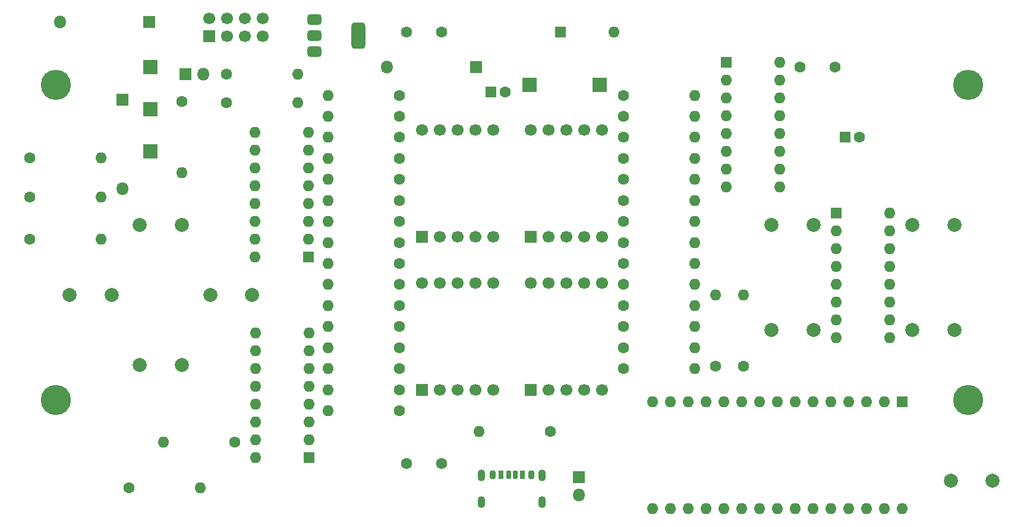
<source format=gts>
%TF.GenerationSoftware,KiCad,Pcbnew,8.0.3*%
%TF.CreationDate,2024-07-14T00:03:07-05:00*%
%TF.ProjectId,Controller,436f6e74-726f-46c6-9c65-722e6b696361,rev?*%
%TF.SameCoordinates,Original*%
%TF.FileFunction,Soldermask,Top*%
%TF.FilePolarity,Negative*%
%FSLAX46Y46*%
G04 Gerber Fmt 4.6, Leading zero omitted, Abs format (unit mm)*
G04 Created by KiCad (PCBNEW 8.0.3) date 2024-07-14 00:03:07*
%MOMM*%
%LPD*%
G01*
G04 APERTURE LIST*
G04 Aperture macros list*
%AMRoundRect*
0 Rectangle with rounded corners*
0 $1 Rounding radius*
0 $2 $3 $4 $5 $6 $7 $8 $9 X,Y pos of 4 corners*
0 Add a 4 corners polygon primitive as box body*
4,1,4,$2,$3,$4,$5,$6,$7,$8,$9,$2,$3,0*
0 Add four circle primitives for the rounded corners*
1,1,$1+$1,$2,$3*
1,1,$1+$1,$4,$5*
1,1,$1+$1,$6,$7*
1,1,$1+$1,$8,$9*
0 Add four rect primitives between the rounded corners*
20,1,$1+$1,$2,$3,$4,$5,0*
20,1,$1+$1,$4,$5,$6,$7,0*
20,1,$1+$1,$6,$7,$8,$9,0*
20,1,$1+$1,$8,$9,$2,$3,0*%
G04 Aperture macros list end*
%ADD10C,2.000000*%
%ADD11C,1.600000*%
%ADD12O,1.600000X1.600000*%
%ADD13RoundRect,0.250001X-0.799999X-0.799999X0.799999X-0.799999X0.799999X0.799999X-0.799999X0.799999X0*%
%ADD14R,1.700000X1.700000*%
%ADD15C,1.700000*%
%ADD16R,1.600000X1.600000*%
%ADD17C,4.300000*%
%ADD18R,1.800000X1.800000*%
%ADD19O,1.800000X1.800000*%
%ADD20RoundRect,0.250001X-0.799999X0.799999X-0.799999X-0.799999X0.799999X-0.799999X0.799999X0.799999X0*%
%ADD21RoundRect,0.175000X-0.175000X-0.425000X0.175000X-0.425000X0.175000X0.425000X-0.175000X0.425000X0*%
%ADD22RoundRect,0.190000X0.190000X0.410000X-0.190000X0.410000X-0.190000X-0.410000X0.190000X-0.410000X0*%
%ADD23RoundRect,0.200000X0.200000X0.400000X-0.200000X0.400000X-0.200000X-0.400000X0.200000X-0.400000X0*%
%ADD24RoundRect,0.175000X0.175000X0.425000X-0.175000X0.425000X-0.175000X-0.425000X0.175000X-0.425000X0*%
%ADD25RoundRect,0.190000X-0.190000X-0.410000X0.190000X-0.410000X0.190000X0.410000X-0.190000X0.410000X0*%
%ADD26RoundRect,0.200000X-0.200000X-0.400000X0.200000X-0.400000X0.200000X0.400000X-0.200000X0.400000X0*%
%ADD27O,1.100000X1.700000*%
%ADD28RoundRect,0.375000X-0.625000X-0.375000X0.625000X-0.375000X0.625000X0.375000X-0.625000X0.375000X0*%
%ADD29RoundRect,0.500000X-0.500000X-1.400000X0.500000X-1.400000X0.500000X1.400000X-0.500000X1.400000X0*%
G04 APERTURE END LIST*
D10*
%TO.C,SW7*%
X152000000Y-70000000D03*
X158000000Y-70000000D03*
%TD*%
D11*
%TO.C,R34*%
X130840000Y-75500000D03*
D12*
X141000000Y-75500000D03*
%TD*%
D11*
%TO.C,R6*%
X120500000Y-99500000D03*
D12*
X110340000Y-99500000D03*
%TD*%
D10*
%TO.C,SW3*%
X52000000Y-80000000D03*
X58000000Y-80000000D03*
%TD*%
D13*
%TO.C,J5*%
X63500000Y-53500000D03*
%TD*%
D11*
%TO.C,R24*%
X99000000Y-54500000D03*
D12*
X88840000Y-54500000D03*
%TD*%
D11*
%TO.C,FB1*%
X100000000Y-104000000D03*
X105000000Y-104000000D03*
%TD*%
D10*
%TO.C,SW10*%
X177500000Y-106500000D03*
X183500000Y-106500000D03*
%TD*%
D11*
%TO.C,R12*%
X130840000Y-57500000D03*
D12*
X141000000Y-57500000D03*
%TD*%
D11*
%TO.C,R27*%
X99000000Y-93500000D03*
D12*
X88840000Y-93500000D03*
%TD*%
D11*
%TO.C,R10*%
X130840000Y-51500000D03*
D12*
X141000000Y-51500000D03*
%TD*%
D14*
%TO.C,U7*%
X117669500Y-71719500D03*
D15*
X120209500Y-71719500D03*
X122749500Y-71719500D03*
X125289500Y-71719500D03*
X127829500Y-71719500D03*
X127829500Y-56479500D03*
X125289500Y-56479500D03*
X122749500Y-56479500D03*
X120209500Y-56479500D03*
X117669500Y-56479500D03*
%TD*%
D11*
%TO.C,R7*%
X75500000Y-101000000D03*
D12*
X65340000Y-101000000D03*
%TD*%
D14*
%TO.C,U1*%
X71880000Y-43040000D03*
D15*
X71880000Y-40500000D03*
X74420000Y-43040000D03*
X74420000Y-40500000D03*
X76960000Y-43040000D03*
X76960000Y-40500000D03*
X79500000Y-43040000D03*
X79500000Y-40500000D03*
%TD*%
D11*
%TO.C,R33*%
X99000000Y-75500000D03*
D12*
X88840000Y-75500000D03*
%TD*%
D11*
%TO.C,R3*%
X46340000Y-72000000D03*
D12*
X56500000Y-72000000D03*
%TD*%
D14*
%TO.C,U10*%
X117669500Y-93519500D03*
D15*
X120209500Y-93519500D03*
X122749500Y-93519500D03*
X125289500Y-93519500D03*
X127829500Y-93519500D03*
X127829500Y-78279500D03*
X125289500Y-78279500D03*
X122749500Y-78279500D03*
X120209500Y-78279500D03*
X117669500Y-78279500D03*
%TD*%
D13*
%TO.C,J1*%
X63500000Y-47500000D03*
%TD*%
D16*
%TO.C,U3*%
X145500000Y-46760000D03*
D12*
X145500000Y-49300000D03*
X145500000Y-51840000D03*
X145500000Y-54380000D03*
X145500000Y-56920000D03*
X145500000Y-59460000D03*
X145500000Y-62000000D03*
X145500000Y-64540000D03*
X153120000Y-64540000D03*
X153120000Y-62000000D03*
X153120000Y-59460000D03*
X153120000Y-56920000D03*
X153120000Y-54380000D03*
X153120000Y-51840000D03*
X153120000Y-49300000D03*
X153120000Y-46760000D03*
%TD*%
D11*
%TO.C,R29*%
X99000000Y-87500000D03*
D12*
X88840000Y-87500000D03*
%TD*%
D16*
%TO.C,A1*%
X170580000Y-95260000D03*
D12*
X168040000Y-95260000D03*
X165500000Y-95260000D03*
X162960000Y-95260000D03*
X160420000Y-95260000D03*
X157880000Y-95260000D03*
X155340000Y-95260000D03*
X152800000Y-95260000D03*
X150260000Y-95260000D03*
X147720000Y-95260000D03*
X145180000Y-95260000D03*
X142640000Y-95260000D03*
X140100000Y-95260000D03*
X137560000Y-95260000D03*
X135020000Y-95260000D03*
X135020000Y-110500000D03*
X137560000Y-110500000D03*
X140100000Y-110500000D03*
X142640000Y-110500000D03*
X145180000Y-110500000D03*
X147720000Y-110500000D03*
X150260000Y-110500000D03*
X152800000Y-110500000D03*
X155340000Y-110500000D03*
X157880000Y-110500000D03*
X160420000Y-110500000D03*
X162960000Y-110500000D03*
X165500000Y-110500000D03*
X168040000Y-110500000D03*
X170580000Y-110500000D03*
%TD*%
D11*
%TO.C,C2*%
X156000000Y-47500000D03*
X161000000Y-47500000D03*
%TD*%
%TO.C,R13*%
X130840000Y-60500000D03*
D12*
X141000000Y-60500000D03*
%TD*%
D17*
%TO.C,H1*%
X50000000Y-50000000D03*
%TD*%
D16*
%TO.C,C1*%
X162500000Y-57500000D03*
D11*
X164500000Y-57500000D03*
%TD*%
D10*
%TO.C,SW9*%
X172000000Y-85000000D03*
X178000000Y-85000000D03*
%TD*%
D18*
%TO.C,D5*%
X68455000Y-48500000D03*
D19*
X70995000Y-48500000D03*
%TD*%
D11*
%TO.C,R19*%
X99000000Y-69500000D03*
D12*
X88840000Y-69500000D03*
%TD*%
D10*
%TO.C,SW6*%
X172000000Y-70000000D03*
X178000000Y-70000000D03*
%TD*%
D11*
%TO.C,R1*%
X46340000Y-60400000D03*
D12*
X56500000Y-60400000D03*
%TD*%
D11*
%TO.C,R28*%
X99000000Y-90500000D03*
D12*
X88840000Y-90500000D03*
%TD*%
D11*
%TO.C,R39*%
X130840000Y-90500000D03*
D12*
X141000000Y-90500000D03*
%TD*%
D11*
%TO.C,R9*%
X68000000Y-52420000D03*
D12*
X68000000Y-62580000D03*
%TD*%
D10*
%TO.C,SW2*%
X62000000Y-70000000D03*
X68000000Y-70000000D03*
%TD*%
D11*
%TO.C,R26*%
X99000000Y-96500000D03*
D12*
X88840000Y-96500000D03*
%TD*%
D17*
%TO.C,H2*%
X180000000Y-50000000D03*
%TD*%
D11*
%TO.C,R15*%
X130840000Y-66500000D03*
D12*
X141000000Y-66500000D03*
%TD*%
D11*
%TO.C,R38*%
X130840000Y-87500000D03*
D12*
X141000000Y-87500000D03*
%TD*%
D11*
%TO.C,R16*%
X130840000Y-69500000D03*
D12*
X141000000Y-69500000D03*
%TD*%
D11*
%TO.C,R5*%
X74340000Y-52550000D03*
D12*
X84500000Y-52550000D03*
%TD*%
D11*
%TO.C,R36*%
X130840000Y-81500000D03*
D12*
X141000000Y-81500000D03*
%TD*%
D11*
%TO.C,R22*%
X99000000Y-60500000D03*
D12*
X88840000Y-60500000D03*
%TD*%
D17*
%TO.C,H3*%
X50000000Y-95000000D03*
%TD*%
D16*
%TO.C,C3*%
X112000000Y-51000000D03*
D11*
X114000000Y-51000000D03*
%TD*%
D16*
%TO.C,U5*%
X86120000Y-103200000D03*
D12*
X86120000Y-100660000D03*
X86120000Y-98120000D03*
X86120000Y-95580000D03*
X86120000Y-93040000D03*
X86120000Y-90500000D03*
X86120000Y-87960000D03*
X86120000Y-85420000D03*
X78500000Y-85420000D03*
X78500000Y-87960000D03*
X78500000Y-90500000D03*
X78500000Y-93040000D03*
X78500000Y-95580000D03*
X78500000Y-98120000D03*
X78500000Y-100660000D03*
X78500000Y-103200000D03*
%TD*%
D11*
%TO.C,R2*%
X46340000Y-66000000D03*
D12*
X56500000Y-66000000D03*
%TD*%
D11*
%TO.C,R23*%
X99000000Y-57500000D03*
D12*
X88840000Y-57500000D03*
%TD*%
D20*
%TO.C,J3*%
X117500000Y-50000000D03*
%TD*%
D11*
%TO.C,R37*%
X130840000Y-84500000D03*
D12*
X141000000Y-84500000D03*
%TD*%
D11*
%TO.C,R40*%
X148000000Y-90160000D03*
D12*
X148000000Y-80000000D03*
%TD*%
D16*
%TO.C,SW1*%
X121880000Y-42500000D03*
D12*
X129500000Y-42500000D03*
%TD*%
D16*
%TO.C,U4*%
X86000000Y-74540000D03*
D12*
X86000000Y-72000000D03*
X86000000Y-69460000D03*
X86000000Y-66920000D03*
X86000000Y-64380000D03*
X86000000Y-61840000D03*
X86000000Y-59300000D03*
X86000000Y-56760000D03*
X78380000Y-56760000D03*
X78380000Y-59300000D03*
X78380000Y-61840000D03*
X78380000Y-64380000D03*
X78380000Y-66920000D03*
X78380000Y-69460000D03*
X78380000Y-72000000D03*
X78380000Y-74540000D03*
%TD*%
D14*
%TO.C,U8*%
X102169500Y-71719500D03*
D15*
X104709500Y-71719500D03*
X107249500Y-71719500D03*
X109789500Y-71719500D03*
X112329500Y-71719500D03*
X112329500Y-56479500D03*
X109789500Y-56479500D03*
X107249500Y-56479500D03*
X104709500Y-56479500D03*
X102169500Y-56479500D03*
%TD*%
D21*
%TO.C,P1*%
X114500000Y-105620000D03*
D22*
X116520000Y-105620000D03*
D23*
X117750000Y-105620000D03*
D24*
X115500000Y-105620000D03*
D25*
X113480000Y-105620000D03*
D26*
X112250000Y-105620000D03*
D27*
X110680000Y-105700000D03*
X110680000Y-109500000D03*
X119320000Y-105700000D03*
X119320000Y-109500000D03*
%TD*%
D16*
%TO.C,U6*%
X161166487Y-68307747D03*
D12*
X161166487Y-70847747D03*
X161166487Y-73387747D03*
X161166487Y-75927747D03*
X161166487Y-78467747D03*
X161166487Y-81007747D03*
X161166487Y-83547747D03*
X161166487Y-86087747D03*
X168786487Y-86087747D03*
X168786487Y-83547747D03*
X168786487Y-81007747D03*
X168786487Y-78467747D03*
X168786487Y-75927747D03*
X168786487Y-73387747D03*
X168786487Y-70847747D03*
X168786487Y-68307747D03*
%TD*%
D18*
%TO.C,D1*%
X124500000Y-106000000D03*
D19*
X124500000Y-108540000D03*
%TD*%
D10*
%TO.C,SW4*%
X62000000Y-90000000D03*
X68000000Y-90000000D03*
%TD*%
D13*
%TO.C,J2*%
X63500000Y-59500000D03*
%TD*%
D11*
%TO.C,R20*%
X99000000Y-66500000D03*
D12*
X88840000Y-66500000D03*
%TD*%
D11*
%TO.C,R35*%
X130840000Y-78500000D03*
D12*
X141000000Y-78500000D03*
%TD*%
D18*
%TO.C,D4*%
X63350000Y-41000000D03*
D19*
X50650000Y-41000000D03*
%TD*%
D11*
%TO.C,R21*%
X99000000Y-63500000D03*
D12*
X88840000Y-63500000D03*
%TD*%
D11*
%TO.C,R32*%
X99000000Y-78500000D03*
D12*
X88840000Y-78500000D03*
%TD*%
D11*
%TO.C,R31*%
X99000000Y-81500000D03*
D12*
X88840000Y-81500000D03*
%TD*%
D11*
%TO.C,R14*%
X130840000Y-63500000D03*
D12*
X141000000Y-63500000D03*
%TD*%
D17*
%TO.C,H4*%
X180000000Y-95000000D03*
%TD*%
D18*
%TO.C,D2*%
X109850000Y-47500000D03*
D19*
X97150000Y-47500000D03*
%TD*%
D11*
%TO.C,R11*%
X130840000Y-54500000D03*
D12*
X141000000Y-54500000D03*
%TD*%
D18*
%TO.C,D3*%
X59500000Y-52150000D03*
D19*
X59500000Y-64850000D03*
%TD*%
D11*
%TO.C,R30*%
X99000000Y-84500000D03*
D12*
X88840000Y-84500000D03*
%TD*%
D11*
%TO.C,R18*%
X99000000Y-72500000D03*
D12*
X88840000Y-72500000D03*
%TD*%
D10*
%TO.C,SW8*%
X152000000Y-85000000D03*
X158000000Y-85000000D03*
%TD*%
%TO.C,SW5*%
X72000000Y-80000000D03*
X78000000Y-80000000D03*
%TD*%
D11*
%TO.C,R41*%
X144000000Y-90160000D03*
D12*
X144000000Y-80000000D03*
%TD*%
D11*
%TO.C,C4*%
X100000000Y-42500000D03*
X105000000Y-42500000D03*
%TD*%
D14*
%TO.C,U9*%
X102169500Y-93519500D03*
D15*
X104709500Y-93519500D03*
X107249500Y-93519500D03*
X109789500Y-93519500D03*
X112329500Y-93519500D03*
X112329500Y-78279500D03*
X109789500Y-78279500D03*
X107249500Y-78279500D03*
X104709500Y-78279500D03*
X102169500Y-78279500D03*
%TD*%
D20*
%TO.C,J6*%
X127500000Y-50000000D03*
%TD*%
D11*
%TO.C,R17*%
X130840000Y-72500000D03*
D12*
X141000000Y-72500000D03*
%TD*%
D11*
%TO.C,R25*%
X99000000Y-51500000D03*
D12*
X88840000Y-51500000D03*
%TD*%
D11*
%TO.C,R8*%
X60420000Y-107500000D03*
D12*
X70580000Y-107500000D03*
%TD*%
D11*
%TO.C,R4*%
X74340000Y-48500000D03*
D12*
X84500000Y-48500000D03*
%TD*%
D28*
%TO.C,U2*%
X86850000Y-40700000D03*
X86850000Y-43000000D03*
D29*
X93150000Y-43000000D03*
D28*
X86850000Y-45300000D03*
%TD*%
M02*

</source>
